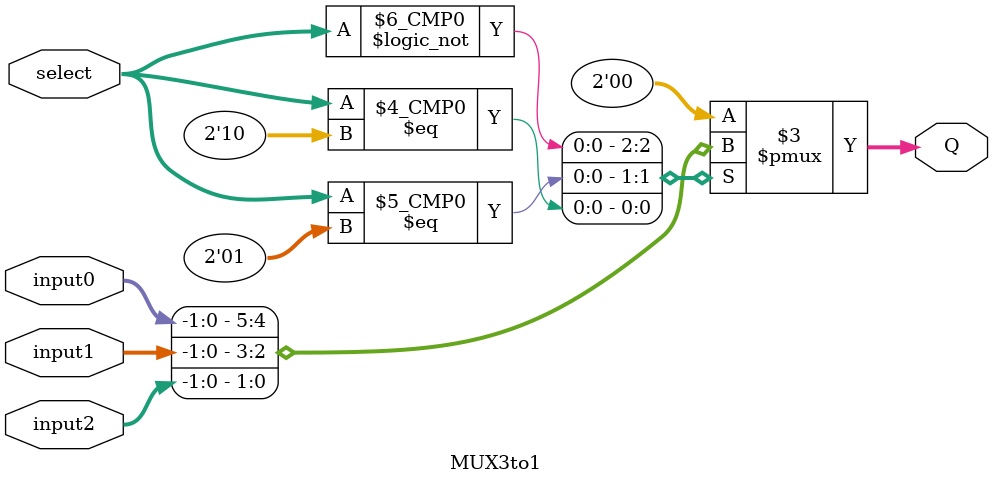
<source format=v>
module MUX3to1 #(parameter size = 0)(input0, input1, input2, select, Q);
	input [size - 1:0] input0, input1, input2;
    input [1:0] select;
    output reg [size - 1:0] Q;

    always@(select, input0, input1, input2)begin
        Q = 0;
        case(select)
            2'd0: Q = input0;
            2'd1: Q = input1;
            2'd2: Q = input2;
        endcase
    end

endmodule

</source>
